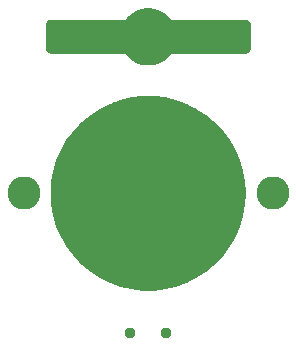
<source format=gbs>
G75*
%MOIN*%
%OFA0B0*%
%FSLAX24Y24*%
%IPPOS*%
%LPD*%
%AMOC8*
5,1,8,0,0,1.08239X$1,22.5*
%
%ADD10C,0.0118*%
%ADD11C,0.0197*%
%ADD12C,0.1103*%
%ADD13C,0.2402*%
%ADD14C,0.0375*%
D10*
X005992Y010363D02*
X006112Y010305D01*
X006240Y010265D01*
X006372Y010245D01*
X006505Y010245D01*
X006638Y010265D01*
X006765Y010305D01*
X006885Y010363D01*
X006995Y010439D01*
X007093Y010531D01*
X007175Y010636D01*
X009687Y010636D01*
X009712Y010640D01*
X009736Y010649D01*
X009756Y010665D01*
X009772Y010685D01*
X009782Y010709D01*
X009785Y010735D01*
X009785Y011522D01*
X009782Y011548D01*
X009772Y011571D01*
X009756Y011592D01*
X009736Y011607D01*
X009712Y011617D01*
X009687Y011620D01*
X007175Y011620D01*
X007093Y011726D01*
X006995Y011817D01*
X006885Y011893D01*
X006765Y011952D01*
X006638Y011992D01*
X006505Y012012D01*
X006372Y012012D01*
X006240Y011992D01*
X006112Y011952D01*
X005992Y011893D01*
X005882Y011817D01*
X005784Y011726D01*
X005702Y011620D01*
X003191Y011620D01*
X003165Y011617D01*
X003141Y011607D01*
X003121Y011592D01*
X003105Y011571D01*
X003095Y011548D01*
X003092Y011522D01*
X003092Y010735D01*
X003095Y010709D01*
X003105Y010685D01*
X003121Y010665D01*
X003141Y010649D01*
X003165Y010640D01*
X003191Y010636D01*
X005702Y010636D01*
X005784Y010531D01*
X005882Y010439D01*
X005992Y010363D01*
X006018Y010351D02*
X006859Y010351D01*
X007025Y010467D02*
X005852Y010467D01*
X005743Y010584D02*
X007134Y010584D01*
X007165Y011633D02*
X005712Y011633D01*
X005810Y011750D02*
X007067Y011750D01*
X006924Y011866D02*
X005953Y011866D01*
X006212Y011983D02*
X006665Y011983D01*
X009785Y011517D02*
X003092Y011517D01*
X003092Y011400D02*
X009785Y011400D01*
X009785Y011283D02*
X003092Y011283D01*
X003092Y011167D02*
X009785Y011167D01*
X009785Y011050D02*
X003092Y011050D01*
X003092Y010934D02*
X009785Y010934D01*
X009785Y010817D02*
X003092Y010817D01*
X003099Y010700D02*
X009778Y010700D01*
D11*
X008908Y003963D02*
X003970Y003963D01*
X004026Y003887D02*
X004277Y003621D01*
X004558Y003385D01*
X004864Y003184D01*
X005191Y003020D01*
X005535Y002895D01*
X005892Y002810D01*
X006255Y002768D01*
X006622Y002768D01*
X006986Y002810D01*
X007342Y002895D01*
X007686Y003020D01*
X008013Y003184D01*
X008319Y003385D01*
X008600Y003621D01*
X008851Y003887D01*
X009070Y004181D01*
X009253Y004498D01*
X009398Y004835D01*
X009503Y005185D01*
X009567Y005546D01*
X009588Y005912D01*
X009567Y006277D01*
X009503Y006638D01*
X009398Y006989D01*
X009253Y007325D01*
X009070Y007643D01*
X008851Y007936D01*
X008600Y008203D01*
X008319Y008438D01*
X008013Y008639D01*
X007686Y008804D01*
X007342Y008929D01*
X006986Y009014D01*
X006622Y009056D01*
X006255Y009056D01*
X005892Y009014D01*
X005535Y008929D01*
X005191Y008804D01*
X004864Y008639D01*
X004558Y008438D01*
X004277Y008203D01*
X004026Y007936D01*
X003807Y007643D01*
X003624Y007325D01*
X003479Y006989D01*
X003374Y006638D01*
X003310Y006277D01*
X003289Y005912D01*
X003310Y005546D01*
X003374Y005185D01*
X003479Y004835D01*
X003624Y004498D01*
X003807Y004181D01*
X004026Y003887D01*
X004139Y003767D02*
X008738Y003767D01*
X008542Y003572D02*
X004335Y003572D01*
X004571Y003377D02*
X008306Y003377D01*
X008008Y003181D02*
X004869Y003181D01*
X005284Y002986D02*
X007593Y002986D01*
X006820Y002791D02*
X006057Y002791D01*
X003824Y004158D02*
X009053Y004158D01*
X009170Y004354D02*
X003708Y004354D01*
X003602Y004549D02*
X009275Y004549D01*
X009359Y004744D02*
X003518Y004744D01*
X003447Y004940D02*
X009430Y004940D01*
X009488Y005135D02*
X003389Y005135D01*
X003348Y005330D02*
X009529Y005330D01*
X009563Y005526D02*
X003314Y005526D01*
X003300Y005721D02*
X009577Y005721D01*
X009588Y005916D02*
X003289Y005916D01*
X003301Y006112D02*
X009577Y006112D01*
X009562Y006307D02*
X003315Y006307D01*
X003350Y006502D02*
X009527Y006502D01*
X009485Y006698D02*
X003392Y006698D01*
X003450Y006893D02*
X009427Y006893D01*
X009355Y007088D02*
X003522Y007088D01*
X003606Y007284D02*
X009271Y007284D01*
X009164Y007479D02*
X003713Y007479D01*
X003831Y007674D02*
X009046Y007674D01*
X008901Y007870D02*
X003976Y007870D01*
X004147Y008065D02*
X008730Y008065D01*
X008531Y008261D02*
X004346Y008261D01*
X004585Y008456D02*
X008293Y008456D01*
X007990Y008651D02*
X004887Y008651D01*
X005309Y008847D02*
X007569Y008847D01*
X006743Y009042D02*
X006134Y009042D01*
D12*
X002285Y005912D03*
X010592Y005912D03*
D13*
X006439Y005912D03*
D14*
X007029Y001252D03*
X005848Y001252D03*
M02*

</source>
